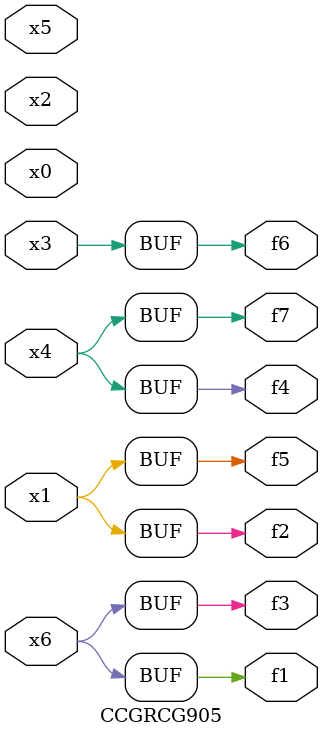
<source format=v>
module CCGRCG905(
	input x0, x1, x2, x3, x4, x5, x6,
	output f1, f2, f3, f4, f5, f6, f7
);
	assign f1 = x6;
	assign f2 = x1;
	assign f3 = x6;
	assign f4 = x4;
	assign f5 = x1;
	assign f6 = x3;
	assign f7 = x4;
endmodule

</source>
